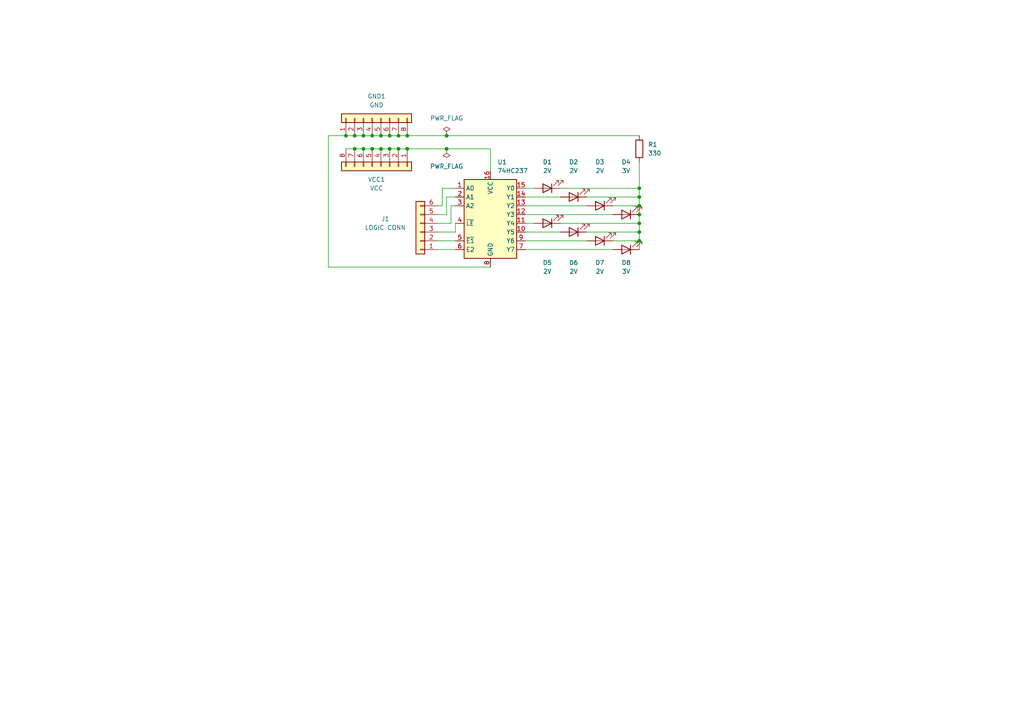
<source format=kicad_sch>
(kicad_sch (version 20211123) (generator eeschema)
  (paper "A4")
  (lib_symbols
    (symbol "74xx:74HC237"
      (property "Reference" "U" (at -7.62 13.97 0))
      (property "Value" "74HC237" (at 2.54 -11.43 0))
      (symbol "74HC237_0_1"
        (rectangle (start -7.62 12.7) (end 7.62 -10.16) (stroke (width 0.254)) (fill (type background)))
      )
      (symbol "74HC237_1_1"
        (pin input line (at -10.16 10.16 0) (length 2.54) (name "A0") (number "1"))
        (pin output line (at 10.16 -2.54 180) (length 2.54) (name "Y5") (number "10"))
        (pin output line (at 10.16 0 180) (length 2.54) (name "Y4") (number "11"))
        (pin output line (at 10.16 2.54 180) (length 2.54) (name "Y3") (number "12"))
        (pin output line (at 10.16 5.08 180) (length 2.54) (name "Y2") (number "13"))
        (pin output line (at 10.16 7.62 180) (length 2.54) (name "Y1") (number "14"))
        (pin output line (at 10.16 10.16 180) (length 2.54) (name "Y0") (number "15"))
        (pin power_in line (at 0 15.24 270) (length 2.54) (name "VCC") (number "16"))
        (pin input line (at -10.16 7.62 0) (length 2.54) (name "A1") (number "2"))
        (pin input line (at -10.16 5.08 0) (length 2.54) (name "A2") (number "3"))
        (pin input line (at -10.16 0 0) (length 2.54) (name "~{LE}") (number "4"))
        (pin input line (at -10.16 -5.08 0) (length 2.54) (name "~{E1}") (number "5"))
        (pin input line (at -10.16 -7.62 0) (length 2.54) (name "E2") (number "6"))
        (pin output line (at 10.16 -7.62 180) (length 2.54) (name "Y7") (number "7"))
        (pin power_in line (at 0 -12.7 90) (length 2.54) (name "GND") (number "8"))
        (pin output line (at 10.16 -5.08 180) (length 2.54) (name "Y6") (number "9"))
      )
    )
    (symbol "Connector_Generic:Conn_01x06" (pin_names (offset 1.016) hide)
      (property "Reference" "J" (at 0 7.62 0))
      (property "Value" "Conn_01x06" (at 0 -10.16 0))
      (symbol "Conn_01x06_1_1"
        (rectangle (start -1.27 -7.493) (end 0 -7.747) (stroke (width 0.1524)))
        (rectangle (start -1.27 -4.953) (end 0 -5.207) (stroke (width 0.1524)))
        (rectangle (start -1.27 -2.413) (end 0 -2.667) (stroke (width 0.1524)))
        (rectangle (start -1.27 0.127) (end 0 -0.127) (stroke (width 0.1524)))
        (rectangle (start -1.27 2.667) (end 0 2.413) (stroke (width 0.1524)))
        (rectangle (start -1.27 5.207) (end 0 4.953) (stroke (width 0.1524)))
        (rectangle (start -1.27 6.35) (end 1.27 -8.89) (stroke (width 0.254)) (fill (type background)))
        (pin passive line (at -5.08 5.08 0) (length 3.81) (name "Pin_1") (number "1"))
        (pin passive line (at -5.08 2.54 0) (length 3.81) (name "Pin_2") (number "2"))
        (pin passive line (at -5.08 0 0) (length 3.81) (name "Pin_3") (number "3"))
        (pin passive line (at -5.08 -2.54 0) (length 3.81) (name "Pin_4") (number "4"))
        (pin passive line (at -5.08 -5.08 0) (length 3.81) (name "Pin_5") (number "5"))
        (pin passive line (at -5.08 -7.62 0) (length 3.81) (name "Pin_6") (number "6"))
      )
    )
    (symbol "Connector_Generic:Conn_01x08" (pin_names (offset 1.016) hide)
      (property "Reference" "J" (at 0 10.16 0))
      (property "Value" "Conn_01x08" (at 0 -12.7 0))
      (symbol "Conn_01x08_1_1"
        (rectangle (start -1.27 -10.033) (end 0 -10.287) (stroke (width 0.1524)))
        (rectangle (start -1.27 -7.493) (end 0 -7.747) (stroke (width 0.1524)))
        (rectangle (start -1.27 -4.953) (end 0 -5.207) (stroke (width 0.1524)))
        (rectangle (start -1.27 -2.413) (end 0 -2.667) (stroke (width 0.1524)))
        (rectangle (start -1.27 0.127) (end 0 -0.127) (stroke (width 0.1524)))
        (rectangle (start -1.27 2.667) (end 0 2.413) (stroke (width 0.1524)))
        (rectangle (start -1.27 5.207) (end 0 4.953) (stroke (width 0.1524)))
        (rectangle (start -1.27 7.747) (end 0 7.493) (stroke (width 0.1524)))
        (rectangle (start -1.27 8.89) (end 1.27 -11.43) (stroke (width 0.254)) (fill (type background)))
        (pin passive line (at -5.08 7.62 0) (length 3.81) (name "Pin_1") (number "1"))
        (pin passive line (at -5.08 5.08 0) (length 3.81) (name "Pin_2") (number "2"))
        (pin passive line (at -5.08 2.54 0) (length 3.81) (name "Pin_3") (number "3"))
        (pin passive line (at -5.08 0 0) (length 3.81) (name "Pin_4") (number "4"))
        (pin passive line (at -5.08 -2.54 0) (length 3.81) (name "Pin_5") (number "5"))
        (pin passive line (at -5.08 -5.08 0) (length 3.81) (name "Pin_6") (number "6"))
        (pin passive line (at -5.08 -7.62 0) (length 3.81) (name "Pin_7") (number "7"))
        (pin passive line (at -5.08 -10.16 0) (length 3.81) (name "Pin_8") (number "8"))
      )
    )
    (symbol "Device:LED" (pin_numbers hide) (pin_names (offset 1.016) hide)
      (property "Reference" "D" (at 0 2.54 0))
      (property "Value" "LED" (at 0 -2.54 0))
      (symbol "LED_0_1"
        (polyline (pts (xy -1.27 -1.27) (xy -1.27 1.27)) (stroke (width 0.254)))
        (polyline (pts (xy -1.27 0) (xy 1.27 0)))
        (polyline (pts (xy 1.27 -1.27) (xy 1.27 1.27) (xy -1.27 0) (xy 1.27 -1.27)) (stroke (width 0.254)))
        (polyline (pts (xy -3.048 -0.762) (xy -4.572 -2.286) (xy -3.81 -2.286) (xy -4.572 -2.286) (xy -4.572 -1.524)))
        (polyline (pts (xy -1.778 -0.762) (xy -3.302 -2.286) (xy -2.54 -2.286) (xy -3.302 -2.286) (xy -3.302 -1.524)))
      )
      (symbol "LED_1_1"
        (pin passive line (at -3.81 0 0) (length 2.54) (name "K") (number "1"))
        (pin passive line (at 3.81 0 180) (length 2.54) (name "A") (number "2"))
      )
    )
    (symbol "Device:R" (pin_numbers hide) (pin_names (offset 0))
      (property "Reference" "R" (at 2.032 0 90))
      (property "Value" "R" (at 0 0 90))
      (symbol "R_0_1"
        (rectangle (start -1.016 -2.54) (end 1.016 2.54) (stroke (width 0.254)))
      )
      (symbol "R_1_1"
        (pin passive line (at 0 3.81 270) (length 1.27) (name "~") (number "1"))
        (pin passive line (at 0 -3.81 90) (length 1.27) (name "~") (number "2"))
      )
    )
    (symbol "power:PWR_FLAG" (power) (pin_numbers hide) (pin_names (offset 0) hide)
      (property "Value" "PWR_FLAG" (at 0 3.81 0))
      (symbol "PWR_FLAG_0_0"
        (pin power_out line (at 0 0 90) (length 0) (name "pwr") (number "1"))
      )
      (symbol "PWR_FLAG_0_1"
        (polyline (pts (xy 0 0) (xy 0 1.27) (xy -1.016 1.905) (xy 0 2.54) (xy 1.016 1.905) (xy 0 1.27)))
      )
    )
  )
  (junction (at 185.42 69.85))
  (junction (at 110.49 39.37))
  (junction (at 185.42 59.69))
  (junction (at 102.87 39.37))
  (junction (at 129.54 43.18))
  (junction (at 107.95 43.18))
  (junction (at 118.11 39.37))
  (junction (at 185.42 54.61))
  (junction (at 113.03 43.18))
  (junction (at 185.42 62.23))
  (junction (at 115.57 39.37))
  (junction (at 110.49 43.18))
  (junction (at 118.11 43.18))
  (junction (at 113.03 39.37))
  (junction (at 129.54 39.37))
  (junction (at 107.95 39.37))
  (junction (at 185.42 67.31))
  (junction (at 102.87 43.18))
  (junction (at 115.57 43.18))
  (junction (at 100.33 39.37))
  (junction (at 105.41 39.37))
  (junction (at 185.42 64.77))
  (junction (at 185.42 57.15))
  (junction (at 105.41 43.18))
  (wire (pts (xy 185.42 64.77) (xy 185.42 67.31)))
  (wire (pts (xy 185.42 59.69) (xy 185.42 57.15)))
  (wire (pts (xy 185.42 54.61) (xy 185.42 57.15)))
  (wire (pts (xy 102.87 43.18) (xy 105.41 43.18)))
  (wire (pts (xy 170.18 67.31) (xy 185.42 67.31)))
  (wire (pts (xy 162.56 54.61) (xy 185.42 54.61)))
  (wire (pts (xy 130.81 59.69) (xy 132.08 59.69)))
  (wire (pts (xy 142.24 43.18) (xy 142.24 49.53)))
  (wire (pts (xy 128.27 54.61) (xy 132.08 54.61)))
  (wire (pts (xy 102.87 39.37) (xy 105.41 39.37)))
  (wire (pts (xy 152.4 57.15) (xy 162.56 57.15)))
  (wire (pts (xy 152.4 54.61) (xy 154.94 54.61)))
  (wire (pts (xy 113.03 43.18) (xy 115.57 43.18)))
  (wire (pts (xy 128.27 59.69) (xy 128.27 54.61)))
  (wire (pts (xy 130.81 64.77) (xy 130.81 59.69)))
  (wire (pts (xy 152.4 62.23) (xy 177.8 62.23)))
  (wire (pts (xy 129.54 57.15) (xy 132.08 57.15)))
  (wire (pts (xy 127 69.85) (xy 132.08 69.85)))
  (wire (pts (xy 185.42 62.23) (xy 185.42 59.69)))
  (wire (pts (xy 185.42 62.23) (xy 185.42 64.77)))
  (wire (pts (xy 185.42 69.85) (xy 185.42 72.39)))
  (wire (pts (xy 115.57 39.37) (xy 118.11 39.37)))
  (wire (pts (xy 105.41 43.18) (xy 107.95 43.18)))
  (wire (pts (xy 107.95 39.37) (xy 110.49 39.37)))
  (wire (pts (xy 129.54 43.18) (xy 142.24 43.18)))
  (wire (pts (xy 127 67.31) (xy 132.08 67.31)))
  (wire (pts (xy 129.54 39.37) (xy 185.42 39.37)))
  (wire (pts (xy 127 64.77) (xy 130.81 64.77)))
  (wire (pts (xy 127 59.69) (xy 128.27 59.69)))
  (wire (pts (xy 110.49 43.18) (xy 113.03 43.18)))
  (wire (pts (xy 177.8 69.85) (xy 185.42 69.85)))
  (wire (pts (xy 100.33 39.37) (xy 102.87 39.37)))
  (wire (pts (xy 152.4 69.85) (xy 170.18 69.85)))
  (wire (pts (xy 177.8 59.69) (xy 185.42 59.69)))
  (wire (pts (xy 185.42 67.31) (xy 185.42 69.85)))
  (wire (pts (xy 152.4 59.69) (xy 170.18 59.69)))
  (wire (pts (xy 152.4 72.39) (xy 177.8 72.39)))
  (wire (pts (xy 110.49 39.37) (xy 113.03 39.37)))
  (wire (pts (xy 118.11 43.18) (xy 129.54 43.18)))
  (wire (pts (xy 162.56 64.77) (xy 185.42 64.77)))
  (wire (pts (xy 107.95 43.18) (xy 110.49 43.18)))
  (wire (pts (xy 118.11 39.37) (xy 129.54 39.37)))
  (wire (pts (xy 95.25 39.37) (xy 100.33 39.37)))
  (wire (pts (xy 152.4 67.31) (xy 162.56 67.31)))
  (wire (pts (xy 129.54 62.23) (xy 129.54 57.15)))
  (wire (pts (xy 132.08 67.31) (xy 132.08 64.77)))
  (wire (pts (xy 100.33 43.18) (xy 102.87 43.18)))
  (wire (pts (xy 105.41 39.37) (xy 107.95 39.37)))
  (wire (pts (xy 185.42 46.99) (xy 185.42 54.61)))
  (wire (pts (xy 115.57 43.18) (xy 118.11 43.18)))
  (wire (pts (xy 95.25 77.47) (xy 95.25 39.37)))
  (wire (pts (xy 170.18 57.15) (xy 185.42 57.15)))
  (wire (pts (xy 152.4 64.77) (xy 154.94 64.77)))
  (wire (pts (xy 127 62.23) (xy 129.54 62.23)))
  (wire (pts (xy 142.24 77.47) (xy 95.25 77.47)))
  (wire (pts (xy 113.03 39.37) (xy 115.57 39.37)))
  (wire (pts (xy 127 72.39) (xy 132.08 72.39)))
  (symbol (lib_id "Device:R") (at 185.42 43.18 0) (unit 1)
    (property "Reference" "R1" (at 187.96 41.9099 0) (effects (justify left)))
    (property "Value" "330" (at 187.96 44.4499 0) (effects (justify left)))
    (property "Footprint" "Resistor_THT:R_Axial_DIN0204_L3.6mm_D1.6mm_P1.90mm_Vertical" (effects hide))
  )
  (symbol (lib_id "power:PWR_FLAG") (at 129.54 43.18 180) (unit 1)
    (property "Reference" "#FLG0101" (effects hide))
    (property "Value" "PWR_FLAG" (at 129.54 48.26 0))
  )
  (symbol (lib_id "Device:LED") (at 181.61 72.39 180) (unit 1)
    (property "Reference" "D8" (at 181.61 76.2 0))
    (property "Value" "3V" (at 181.61 78.74 0))
    (property "Footprint" "Connector_PinSocket_2.54mm:PinSocket_1x02_P2.54mm_Vertical" (effects hide))
  )
  (symbol (lib_id "power:PWR_FLAG") (at 129.54 39.37 0) (unit 1)
    (property "Reference" "#FLG0102" (effects hide))
    (property "Value" "PWR_FLAG" (at 129.54 34.29 0))
  )
  (symbol (lib_id "Connector_Generic:Conn_01x08") (at 107.95 34.29 90) (unit 1)
    (property "Reference" "GND1" (at 109.22 27.94 90))
    (property "Value" "GND" (at 109.22 30.48 90))
    (property "Footprint" "Connector_PinSocket_2.54mm:PinSocket_1x08_P2.54mm_Vertical" (effects hide))
  )
  (symbol (lib_id "Connector_Generic:Conn_01x06") (at 121.92 67.31 180) (unit 1)
    (property "Reference" "J1" (at 111.76 63.5 0))
    (property "Value" "LOGIC CONN" (at 111.76 66.04 0))
    (property "Footprint" "Connector_PinSocket_2.54mm:PinSocket_1x06_P2.54mm_Vertical" (effects hide))
  )
  (symbol (lib_id "Device:LED") (at 158.75 64.77 180) (unit 1)
    (property "Reference" "D5" (at 158.75 76.2 0))
    (property "Value" "2V" (at 158.75 78.74 0))
    (property "Footprint" "Connector_PinSocket_2.54mm:PinSocket_1x02_P2.54mm_Vertical" (effects hide))
  )
  (symbol (lib_id "74xx:74HC237") (at 142.24 64.77 0) (unit 1)
    (property "Reference" "U1" (at 144.2594 46.99 0) (effects (justify left)))
    (property "Value" "74HC237" (at 144.2594 49.53 0) (effects (justify left)))
    (property "Footprint" "footprints:NS16" (effects hide))
    (property "Datasheet" "http://www.ti.com/lit/ds/symlink/cd74hc237.pdf" (effects hide))
  )
  (symbol (lib_id "Device:LED") (at 166.37 57.15 180) (unit 1)
    (property "Reference" "D2" (at 166.37 46.99 0))
    (property "Value" "2V" (at 166.37 49.53 0))
    (property "Footprint" "Connector_PinSocket_2.54mm:PinSocket_1x02_P2.54mm_Vertical" (effects hide))
  )
  (symbol (lib_id "Device:LED") (at 173.99 59.69 180) (unit 1)
    (property "Reference" "D3" (at 173.99 46.99 0))
    (property "Value" "2V" (at 173.99 49.53 0))
    (property "Footprint" "Connector_PinSocket_2.54mm:PinSocket_1x02_P2.54mm_Vertical" (effects hide))
  )
  (symbol (lib_id "Device:LED") (at 173.99 69.85 180) (unit 1)
    (property "Reference" "D7" (at 173.99 76.2 0))
    (property "Value" "2V" (at 173.99 78.74 0))
    (property "Footprint" "Connector_PinSocket_2.54mm:PinSocket_1x02_P2.54mm_Vertical" (effects hide))
  )
  (symbol (lib_id "Device:LED") (at 181.61 62.23 180) (unit 1)
    (property "Reference" "D4" (at 181.61 46.99 0))
    (property "Value" "3V" (at 181.61 49.53 0))
    (property "Footprint" "Connector_PinSocket_2.54mm:PinSocket_1x02_P2.54mm_Vertical" (effects hide))
  )
  (symbol (lib_id "Device:LED") (at 158.75 54.61 180) (unit 1)
    (property "Reference" "D1" (at 158.75 46.99 0))
    (property "Value" "2V" (at 158.75 49.53 0))
    (property "Footprint" "Connector_PinSocket_2.54mm:PinSocket_1x02_P2.54mm_Vertical" (effects hide))
  )
  (symbol (lib_id "Connector_Generic:Conn_01x08") (at 110.49 48.26 270) (unit 1)
    (property "Reference" "VCC1" (at 109.22 52.07 90))
    (property "Value" "VCC" (at 109.22 54.61 90))
    (property "Footprint" "Connector_PinSocket_2.54mm:PinSocket_1x08_P2.54mm_Vertical" (effects hide))
  )
  (symbol (lib_id "Device:LED") (at 166.37 67.31 180) (unit 1)
    (property "Reference" "D6" (at 166.37 76.2 0))
    (property "Value" "2V" (at 166.37 78.74 0))
    (property "Footprint" "Connector_PinSocket_2.54mm:PinSocket_1x02_P2.54mm_Vertical" (effects hide))
  )
)
</source>
